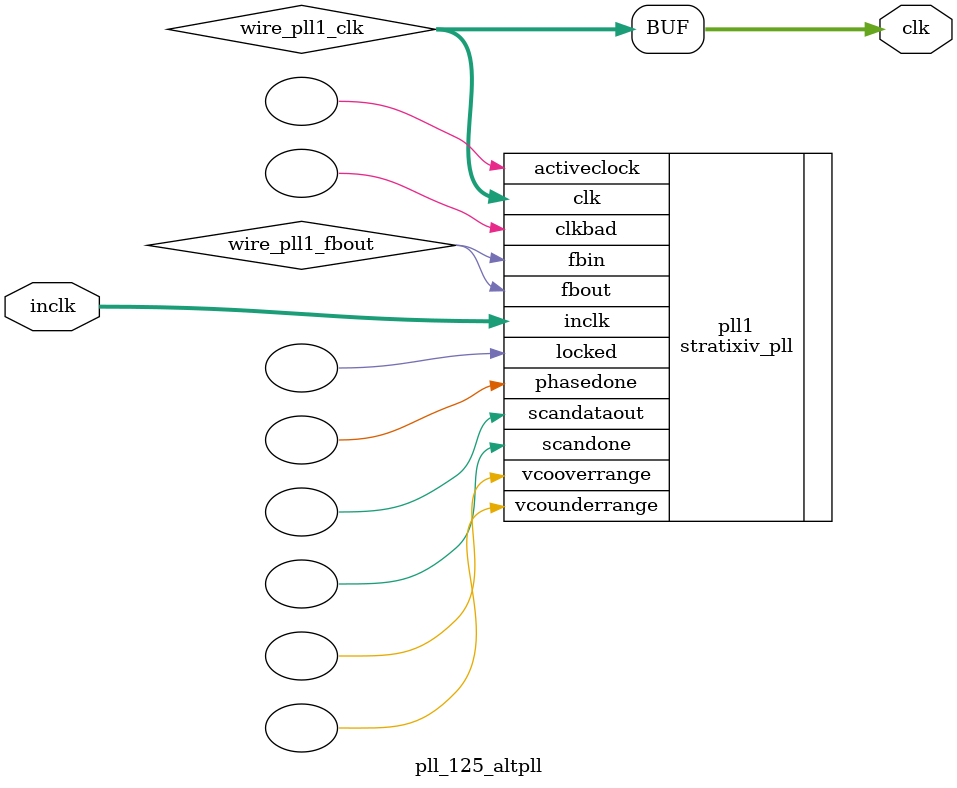
<source format=v>






//synthesis_resources = stratixiv_pll 1 
//synopsys translate_off
`timescale 1 ps / 1 ps
//synopsys translate_on
module  pll_125_altpll
	( 
	clk,
	inclk) /* synthesis synthesis_clearbox=1 */;
	output   [9:0]  clk;
	input   [1:0]  inclk;
`ifndef ALTERA_RESERVED_QIS
// synopsys translate_off
`endif
	tri0   [1:0]  inclk;
`ifndef ALTERA_RESERVED_QIS
// synopsys translate_on
`endif

	wire  [9:0]   wire_pll1_clk;
	wire  wire_pll1_fbout;

	stratixiv_pll   pll1
	( 
	.activeclock(),
	.clk(wire_pll1_clk),
	.clkbad(),
	.fbin(wire_pll1_fbout),
	.fbout(wire_pll1_fbout),
	.inclk(inclk),
	.locked(),
	.phasedone(),
	.scandataout(),
	.scandone(),
	.vcooverrange(),
	.vcounderrange()
	`ifndef FORMAL_VERIFICATION
	// synopsys translate_off
	`endif
	,
	.areset(1'b0),
	.clkswitch(1'b0),
	.configupdate(1'b0),
	.pfdena(1'b1),
	.phasecounterselect({4{1'b0}}),
	.phasestep(1'b0),
	.phaseupdown(1'b0),
	.scanclk(1'b0),
	.scanclkena(1'b1),
	.scandata(1'b0)
	`ifndef FORMAL_VERIFICATION
	// synopsys translate_on
	`endif
	);
	defparam
		pll1.bandwidth_type = "auto",
		pll1.clk0_divide_by = 2,
		pll1.clk0_duty_cycle = 50,
		pll1.clk0_multiply_by = 5,
		pll1.clk0_phase_shift = "0",
		pll1.compensate_clock = "clk0",
		pll1.inclk0_input_frequency = 20000,
		pll1.operation_mode = "normal",
		pll1.pll_type = "auto",
		pll1.lpm_type = "stratixiv_pll";
	assign
		clk = wire_pll1_clk;
endmodule //pll_125_altpll
//VALID FILE

</source>
